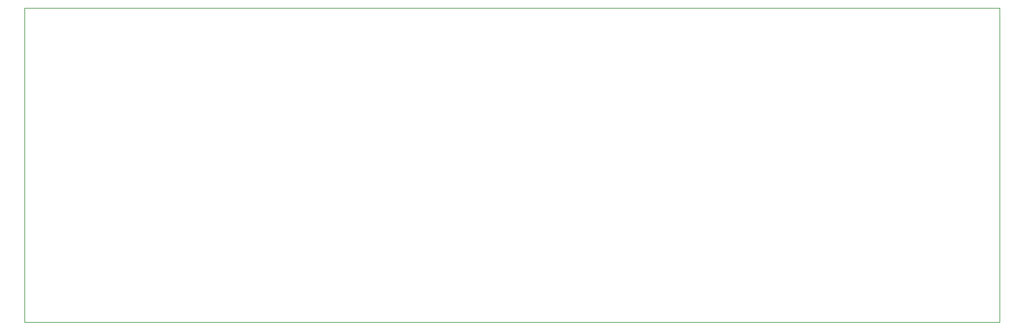
<source format=gbr>
%TF.GenerationSoftware,KiCad,Pcbnew,8.0.6*%
%TF.CreationDate,2025-01-03T23:12:36-08:00*%
%TF.ProjectId,MEP-MAXI-85V-1-REV-2-Sensor-Test-Jig,4d45502d-4d41-4584-992d-3835562d312d,X1*%
%TF.SameCoordinates,Original*%
%TF.FileFunction,Profile,NP*%
%FSLAX46Y46*%
G04 Gerber Fmt 4.6, Leading zero omitted, Abs format (unit mm)*
G04 Created by KiCad (PCBNEW 8.0.6) date 2025-01-03 23:12:36*
%MOMM*%
%LPD*%
G01*
G04 APERTURE LIST*
%TA.AperFunction,Profile*%
%ADD10C,0.050000*%
%TD*%
G04 APERTURE END LIST*
D10*
X66250000Y-90090000D02*
X201250000Y-90090000D01*
X201250000Y-133590000D01*
X66250000Y-133590000D01*
X66250000Y-90090000D01*
M02*

</source>
